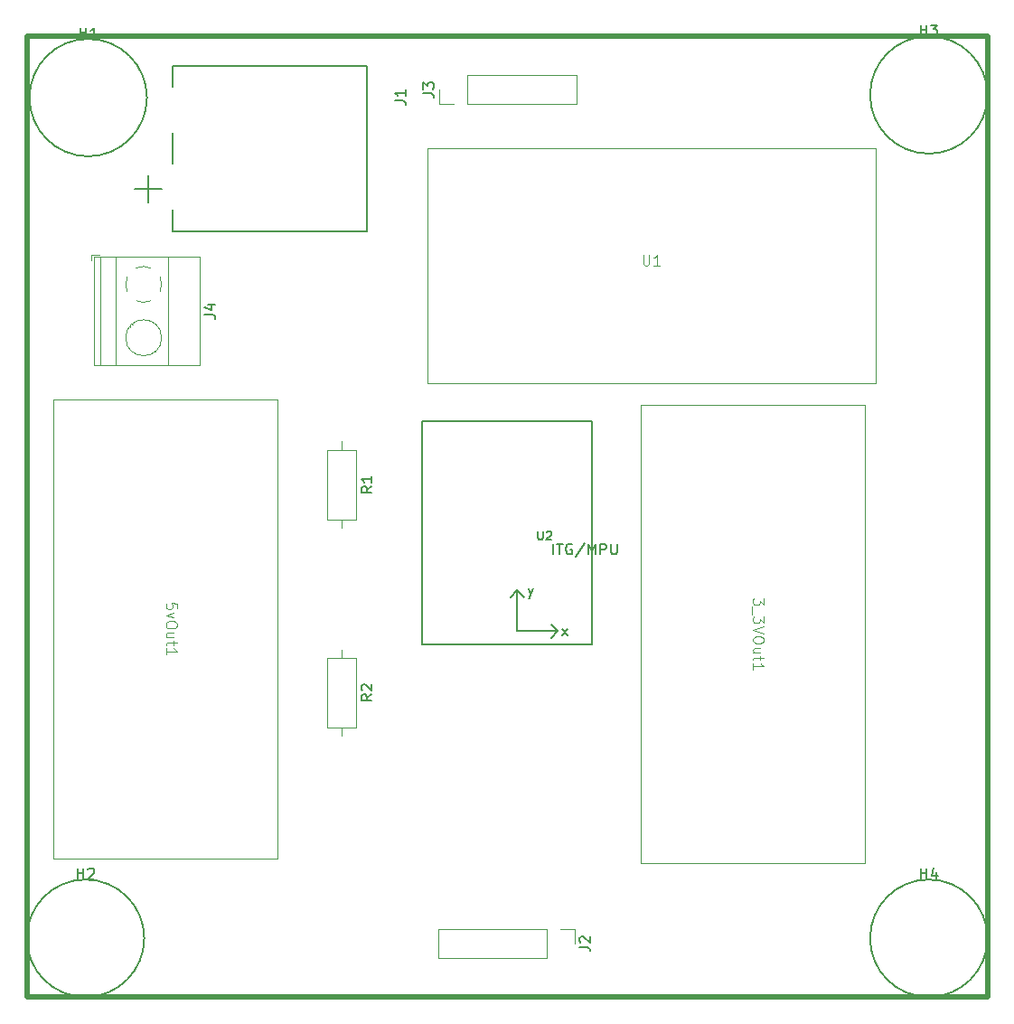
<source format=gbr>
%TF.GenerationSoftware,KiCad,Pcbnew,7.0.7*%
%TF.CreationDate,2023-11-09T15:51:25-05:00*%
%TF.ProjectId,CubeSatPower,43756265-5361-4745-906f-7765722e6b69,rev?*%
%TF.SameCoordinates,Original*%
%TF.FileFunction,Legend,Top*%
%TF.FilePolarity,Positive*%
%FSLAX46Y46*%
G04 Gerber Fmt 4.6, Leading zero omitted, Abs format (unit mm)*
G04 Created by KiCad (PCBNEW 7.0.7) date 2023-11-09 15:51:25*
%MOMM*%
%LPD*%
G01*
G04 APERTURE LIST*
%ADD10C,0.150000*%
%ADD11C,0.100000*%
%ADD12C,0.120000*%
%ADD13C,0.127000*%
%TA.AperFunction,Profile*%
%ADD14C,0.500000*%
%TD*%
G04 APERTURE END LIST*
D10*
X140000000Y-109500000D02*
G75*
G03*
X140000000Y-109500000I-5500000J0D01*
G01*
X61250000Y-30750000D02*
G75*
G03*
X61250000Y-30750000I-5500000J0D01*
G01*
X140000000Y-30500000D02*
G75*
G03*
X140000000Y-30500000I-5500000J0D01*
G01*
X61000000Y-109500000D02*
G75*
G03*
X61000000Y-109500000I-5500000J0D01*
G01*
X66659819Y-51083333D02*
X67374104Y-51083333D01*
X67374104Y-51083333D02*
X67516961Y-51130952D01*
X67516961Y-51130952D02*
X67612200Y-51226190D01*
X67612200Y-51226190D02*
X67659819Y-51369047D01*
X67659819Y-51369047D02*
X67659819Y-51464285D01*
X66993152Y-50178571D02*
X67659819Y-50178571D01*
X66612200Y-50416666D02*
X67326485Y-50654761D01*
X67326485Y-50654761D02*
X67326485Y-50035714D01*
D11*
X64042580Y-78619047D02*
X64042580Y-78142857D01*
X64042580Y-78142857D02*
X63566390Y-78095238D01*
X63566390Y-78095238D02*
X63614009Y-78142857D01*
X63614009Y-78142857D02*
X63661628Y-78238095D01*
X63661628Y-78238095D02*
X63661628Y-78476190D01*
X63661628Y-78476190D02*
X63614009Y-78571428D01*
X63614009Y-78571428D02*
X63566390Y-78619047D01*
X63566390Y-78619047D02*
X63471152Y-78666666D01*
X63471152Y-78666666D02*
X63233057Y-78666666D01*
X63233057Y-78666666D02*
X63137819Y-78619047D01*
X63137819Y-78619047D02*
X63090200Y-78571428D01*
X63090200Y-78571428D02*
X63042580Y-78476190D01*
X63042580Y-78476190D02*
X63042580Y-78238095D01*
X63042580Y-78238095D02*
X63090200Y-78142857D01*
X63090200Y-78142857D02*
X63137819Y-78095238D01*
X63709247Y-79000000D02*
X63042580Y-79238095D01*
X63042580Y-79238095D02*
X63709247Y-79476190D01*
X64042580Y-80047619D02*
X64042580Y-80238095D01*
X64042580Y-80238095D02*
X63994961Y-80333333D01*
X63994961Y-80333333D02*
X63899723Y-80428571D01*
X63899723Y-80428571D02*
X63709247Y-80476190D01*
X63709247Y-80476190D02*
X63375914Y-80476190D01*
X63375914Y-80476190D02*
X63185438Y-80428571D01*
X63185438Y-80428571D02*
X63090200Y-80333333D01*
X63090200Y-80333333D02*
X63042580Y-80238095D01*
X63042580Y-80238095D02*
X63042580Y-80047619D01*
X63042580Y-80047619D02*
X63090200Y-79952381D01*
X63090200Y-79952381D02*
X63185438Y-79857143D01*
X63185438Y-79857143D02*
X63375914Y-79809524D01*
X63375914Y-79809524D02*
X63709247Y-79809524D01*
X63709247Y-79809524D02*
X63899723Y-79857143D01*
X63899723Y-79857143D02*
X63994961Y-79952381D01*
X63994961Y-79952381D02*
X64042580Y-80047619D01*
X63709247Y-81333333D02*
X63042580Y-81333333D01*
X63709247Y-80904762D02*
X63185438Y-80904762D01*
X63185438Y-80904762D02*
X63090200Y-80952381D01*
X63090200Y-80952381D02*
X63042580Y-81047619D01*
X63042580Y-81047619D02*
X63042580Y-81190476D01*
X63042580Y-81190476D02*
X63090200Y-81285714D01*
X63090200Y-81285714D02*
X63137819Y-81333333D01*
X63709247Y-81666667D02*
X63709247Y-82047619D01*
X64042580Y-81809524D02*
X63185438Y-81809524D01*
X63185438Y-81809524D02*
X63090200Y-81857143D01*
X63090200Y-81857143D02*
X63042580Y-81952381D01*
X63042580Y-81952381D02*
X63042580Y-82047619D01*
X63042580Y-82904762D02*
X63042580Y-82333334D01*
X63042580Y-82619048D02*
X64042580Y-82619048D01*
X64042580Y-82619048D02*
X63899723Y-82523810D01*
X63899723Y-82523810D02*
X63804485Y-82428572D01*
X63804485Y-82428572D02*
X63756866Y-82333334D01*
D10*
X101784819Y-110333333D02*
X102499104Y-110333333D01*
X102499104Y-110333333D02*
X102641961Y-110380952D01*
X102641961Y-110380952D02*
X102737200Y-110476190D01*
X102737200Y-110476190D02*
X102784819Y-110619047D01*
X102784819Y-110619047D02*
X102784819Y-110714285D01*
X101880057Y-109904761D02*
X101832438Y-109857142D01*
X101832438Y-109857142D02*
X101784819Y-109761904D01*
X101784819Y-109761904D02*
X101784819Y-109523809D01*
X101784819Y-109523809D02*
X101832438Y-109428571D01*
X101832438Y-109428571D02*
X101880057Y-109380952D01*
X101880057Y-109380952D02*
X101975295Y-109333333D01*
X101975295Y-109333333D02*
X102070533Y-109333333D01*
X102070533Y-109333333D02*
X102213390Y-109380952D01*
X102213390Y-109380952D02*
X102784819Y-109952380D01*
X102784819Y-109952380D02*
X102784819Y-109333333D01*
X54738095Y-103954819D02*
X54738095Y-102954819D01*
X54738095Y-103431009D02*
X55309523Y-103431009D01*
X55309523Y-103954819D02*
X55309523Y-102954819D01*
X55738095Y-103050057D02*
X55785714Y-103002438D01*
X55785714Y-103002438D02*
X55880952Y-102954819D01*
X55880952Y-102954819D02*
X56119047Y-102954819D01*
X56119047Y-102954819D02*
X56214285Y-103002438D01*
X56214285Y-103002438D02*
X56261904Y-103050057D01*
X56261904Y-103050057D02*
X56309523Y-103145295D01*
X56309523Y-103145295D02*
X56309523Y-103240533D01*
X56309523Y-103240533D02*
X56261904Y-103383390D01*
X56261904Y-103383390D02*
X55690476Y-103954819D01*
X55690476Y-103954819D02*
X56309523Y-103954819D01*
X133738095Y-103954819D02*
X133738095Y-102954819D01*
X133738095Y-103431009D02*
X134309523Y-103431009D01*
X134309523Y-103954819D02*
X134309523Y-102954819D01*
X135214285Y-103288152D02*
X135214285Y-103954819D01*
X134976190Y-102907200D02*
X134738095Y-103621485D01*
X134738095Y-103621485D02*
X135357142Y-103621485D01*
X133738095Y-24954819D02*
X133738095Y-23954819D01*
X133738095Y-24431009D02*
X134309523Y-24431009D01*
X134309523Y-24954819D02*
X134309523Y-23954819D01*
X134690476Y-23954819D02*
X135309523Y-23954819D01*
X135309523Y-23954819D02*
X134976190Y-24335771D01*
X134976190Y-24335771D02*
X135119047Y-24335771D01*
X135119047Y-24335771D02*
X135214285Y-24383390D01*
X135214285Y-24383390D02*
X135261904Y-24431009D01*
X135261904Y-24431009D02*
X135309523Y-24526247D01*
X135309523Y-24526247D02*
X135309523Y-24764342D01*
X135309523Y-24764342D02*
X135261904Y-24859580D01*
X135261904Y-24859580D02*
X135214285Y-24907200D01*
X135214285Y-24907200D02*
X135119047Y-24954819D01*
X135119047Y-24954819D02*
X134833333Y-24954819D01*
X134833333Y-24954819D02*
X134738095Y-24907200D01*
X134738095Y-24907200D02*
X134690476Y-24859580D01*
X84469563Y-31009880D02*
X85184163Y-31009880D01*
X85184163Y-31009880D02*
X85327083Y-31057520D01*
X85327083Y-31057520D02*
X85422364Y-31152800D01*
X85422364Y-31152800D02*
X85470004Y-31295720D01*
X85470004Y-31295720D02*
X85470004Y-31391000D01*
X85470004Y-30009439D02*
X85470004Y-30581119D01*
X85470004Y-30295279D02*
X84469563Y-30295279D01*
X84469563Y-30295279D02*
X84612483Y-30390559D01*
X84612483Y-30390559D02*
X84707763Y-30485839D01*
X84707763Y-30485839D02*
X84755403Y-30581119D01*
D11*
X119042580Y-77642857D02*
X119042580Y-78261904D01*
X119042580Y-78261904D02*
X118661628Y-77928571D01*
X118661628Y-77928571D02*
X118661628Y-78071428D01*
X118661628Y-78071428D02*
X118614009Y-78166666D01*
X118614009Y-78166666D02*
X118566390Y-78214285D01*
X118566390Y-78214285D02*
X118471152Y-78261904D01*
X118471152Y-78261904D02*
X118233057Y-78261904D01*
X118233057Y-78261904D02*
X118137819Y-78214285D01*
X118137819Y-78214285D02*
X118090200Y-78166666D01*
X118090200Y-78166666D02*
X118042580Y-78071428D01*
X118042580Y-78071428D02*
X118042580Y-77785714D01*
X118042580Y-77785714D02*
X118090200Y-77690476D01*
X118090200Y-77690476D02*
X118137819Y-77642857D01*
X117947342Y-78452381D02*
X117947342Y-79214285D01*
X119042580Y-79357143D02*
X119042580Y-79976190D01*
X119042580Y-79976190D02*
X118661628Y-79642857D01*
X118661628Y-79642857D02*
X118661628Y-79785714D01*
X118661628Y-79785714D02*
X118614009Y-79880952D01*
X118614009Y-79880952D02*
X118566390Y-79928571D01*
X118566390Y-79928571D02*
X118471152Y-79976190D01*
X118471152Y-79976190D02*
X118233057Y-79976190D01*
X118233057Y-79976190D02*
X118137819Y-79928571D01*
X118137819Y-79928571D02*
X118090200Y-79880952D01*
X118090200Y-79880952D02*
X118042580Y-79785714D01*
X118042580Y-79785714D02*
X118042580Y-79500000D01*
X118042580Y-79500000D02*
X118090200Y-79404762D01*
X118090200Y-79404762D02*
X118137819Y-79357143D01*
X119042580Y-80261905D02*
X118042580Y-80595238D01*
X118042580Y-80595238D02*
X119042580Y-80928571D01*
X119042580Y-81452381D02*
X119042580Y-81642857D01*
X119042580Y-81642857D02*
X118994961Y-81738095D01*
X118994961Y-81738095D02*
X118899723Y-81833333D01*
X118899723Y-81833333D02*
X118709247Y-81880952D01*
X118709247Y-81880952D02*
X118375914Y-81880952D01*
X118375914Y-81880952D02*
X118185438Y-81833333D01*
X118185438Y-81833333D02*
X118090200Y-81738095D01*
X118090200Y-81738095D02*
X118042580Y-81642857D01*
X118042580Y-81642857D02*
X118042580Y-81452381D01*
X118042580Y-81452381D02*
X118090200Y-81357143D01*
X118090200Y-81357143D02*
X118185438Y-81261905D01*
X118185438Y-81261905D02*
X118375914Y-81214286D01*
X118375914Y-81214286D02*
X118709247Y-81214286D01*
X118709247Y-81214286D02*
X118899723Y-81261905D01*
X118899723Y-81261905D02*
X118994961Y-81357143D01*
X118994961Y-81357143D02*
X119042580Y-81452381D01*
X118709247Y-82738095D02*
X118042580Y-82738095D01*
X118709247Y-82309524D02*
X118185438Y-82309524D01*
X118185438Y-82309524D02*
X118090200Y-82357143D01*
X118090200Y-82357143D02*
X118042580Y-82452381D01*
X118042580Y-82452381D02*
X118042580Y-82595238D01*
X118042580Y-82595238D02*
X118090200Y-82690476D01*
X118090200Y-82690476D02*
X118137819Y-82738095D01*
X118709247Y-83071429D02*
X118709247Y-83452381D01*
X119042580Y-83214286D02*
X118185438Y-83214286D01*
X118185438Y-83214286D02*
X118090200Y-83261905D01*
X118090200Y-83261905D02*
X118042580Y-83357143D01*
X118042580Y-83357143D02*
X118042580Y-83452381D01*
X118042580Y-84309524D02*
X118042580Y-83738096D01*
X118042580Y-84023810D02*
X119042580Y-84023810D01*
X119042580Y-84023810D02*
X118899723Y-83928572D01*
X118899723Y-83928572D02*
X118804485Y-83833334D01*
X118804485Y-83833334D02*
X118756866Y-83738096D01*
D10*
X82324819Y-67166666D02*
X81848628Y-67499999D01*
X82324819Y-67738094D02*
X81324819Y-67738094D01*
X81324819Y-67738094D02*
X81324819Y-67357142D01*
X81324819Y-67357142D02*
X81372438Y-67261904D01*
X81372438Y-67261904D02*
X81420057Y-67214285D01*
X81420057Y-67214285D02*
X81515295Y-67166666D01*
X81515295Y-67166666D02*
X81658152Y-67166666D01*
X81658152Y-67166666D02*
X81753390Y-67214285D01*
X81753390Y-67214285D02*
X81801009Y-67261904D01*
X81801009Y-67261904D02*
X81848628Y-67357142D01*
X81848628Y-67357142D02*
X81848628Y-67738094D01*
X82324819Y-66214285D02*
X82324819Y-66785713D01*
X82324819Y-66499999D02*
X81324819Y-66499999D01*
X81324819Y-66499999D02*
X81467676Y-66595237D01*
X81467676Y-66595237D02*
X81562914Y-66690475D01*
X81562914Y-66690475D02*
X81610533Y-66785713D01*
X54988095Y-25204819D02*
X54988095Y-24204819D01*
X54988095Y-24681009D02*
X55559523Y-24681009D01*
X55559523Y-25204819D02*
X55559523Y-24204819D01*
X56559523Y-25204819D02*
X55988095Y-25204819D01*
X56273809Y-25204819D02*
X56273809Y-24204819D01*
X56273809Y-24204819D02*
X56178571Y-24347676D01*
X56178571Y-24347676D02*
X56083333Y-24442914D01*
X56083333Y-24442914D02*
X55988095Y-24490533D01*
X87124819Y-30333333D02*
X87839104Y-30333333D01*
X87839104Y-30333333D02*
X87981961Y-30380952D01*
X87981961Y-30380952D02*
X88077200Y-30476190D01*
X88077200Y-30476190D02*
X88124819Y-30619047D01*
X88124819Y-30619047D02*
X88124819Y-30714285D01*
X87124819Y-29952380D02*
X87124819Y-29333333D01*
X87124819Y-29333333D02*
X87505771Y-29666666D01*
X87505771Y-29666666D02*
X87505771Y-29523809D01*
X87505771Y-29523809D02*
X87553390Y-29428571D01*
X87553390Y-29428571D02*
X87601009Y-29380952D01*
X87601009Y-29380952D02*
X87696247Y-29333333D01*
X87696247Y-29333333D02*
X87934342Y-29333333D01*
X87934342Y-29333333D02*
X88029580Y-29380952D01*
X88029580Y-29380952D02*
X88077200Y-29428571D01*
X88077200Y-29428571D02*
X88124819Y-29523809D01*
X88124819Y-29523809D02*
X88124819Y-29809523D01*
X88124819Y-29809523D02*
X88077200Y-29904761D01*
X88077200Y-29904761D02*
X88029580Y-29952380D01*
X97892574Y-71386565D02*
X97892574Y-72023986D01*
X97892574Y-72023986D02*
X97930070Y-72098976D01*
X97930070Y-72098976D02*
X97967565Y-72136472D01*
X97967565Y-72136472D02*
X98042556Y-72173967D01*
X98042556Y-72173967D02*
X98192537Y-72173967D01*
X98192537Y-72173967D02*
X98267528Y-72136472D01*
X98267528Y-72136472D02*
X98305023Y-72098976D01*
X98305023Y-72098976D02*
X98342518Y-72023986D01*
X98342518Y-72023986D02*
X98342518Y-71386565D01*
X98679976Y-71461556D02*
X98717471Y-71424060D01*
X98717471Y-71424060D02*
X98792462Y-71386565D01*
X98792462Y-71386565D02*
X98979939Y-71386565D01*
X98979939Y-71386565D02*
X99054929Y-71424060D01*
X99054929Y-71424060D02*
X99092425Y-71461556D01*
X99092425Y-71461556D02*
X99129920Y-71536546D01*
X99129920Y-71536546D02*
X99129920Y-71611537D01*
X99129920Y-71611537D02*
X99092425Y-71724023D01*
X99092425Y-71724023D02*
X98642481Y-72173967D01*
X98642481Y-72173967D02*
X99129920Y-72173967D01*
X96984405Y-76685652D02*
X97222500Y-77352319D01*
X97460595Y-76685652D02*
X97222500Y-77352319D01*
X97222500Y-77352319D02*
X97127262Y-77590414D01*
X97127262Y-77590414D02*
X97079643Y-77638033D01*
X97079643Y-77638033D02*
X96984405Y-77685652D01*
X99302500Y-73542319D02*
X99302500Y-72542319D01*
X99635833Y-72542319D02*
X100207261Y-72542319D01*
X99921547Y-73542319D02*
X99921547Y-72542319D01*
X101064404Y-72589938D02*
X100969166Y-72542319D01*
X100969166Y-72542319D02*
X100826309Y-72542319D01*
X100826309Y-72542319D02*
X100683452Y-72589938D01*
X100683452Y-72589938D02*
X100588214Y-72685176D01*
X100588214Y-72685176D02*
X100540595Y-72780414D01*
X100540595Y-72780414D02*
X100492976Y-72970890D01*
X100492976Y-72970890D02*
X100492976Y-73113747D01*
X100492976Y-73113747D02*
X100540595Y-73304223D01*
X100540595Y-73304223D02*
X100588214Y-73399461D01*
X100588214Y-73399461D02*
X100683452Y-73494700D01*
X100683452Y-73494700D02*
X100826309Y-73542319D01*
X100826309Y-73542319D02*
X100921547Y-73542319D01*
X100921547Y-73542319D02*
X101064404Y-73494700D01*
X101064404Y-73494700D02*
X101112023Y-73447080D01*
X101112023Y-73447080D02*
X101112023Y-73113747D01*
X101112023Y-73113747D02*
X100921547Y-73113747D01*
X102254880Y-72494700D02*
X101397738Y-73780414D01*
X102588214Y-73542319D02*
X102588214Y-72542319D01*
X102588214Y-72542319D02*
X102921547Y-73256604D01*
X102921547Y-73256604D02*
X103254880Y-72542319D01*
X103254880Y-72542319D02*
X103254880Y-73542319D01*
X103731071Y-73542319D02*
X103731071Y-72542319D01*
X103731071Y-72542319D02*
X104112023Y-72542319D01*
X104112023Y-72542319D02*
X104207261Y-72589938D01*
X104207261Y-72589938D02*
X104254880Y-72637557D01*
X104254880Y-72637557D02*
X104302499Y-72732795D01*
X104302499Y-72732795D02*
X104302499Y-72875652D01*
X104302499Y-72875652D02*
X104254880Y-72970890D01*
X104254880Y-72970890D02*
X104207261Y-73018509D01*
X104207261Y-73018509D02*
X104112023Y-73066128D01*
X104112023Y-73066128D02*
X103731071Y-73066128D01*
X104731071Y-72542319D02*
X104731071Y-73351842D01*
X104731071Y-73351842D02*
X104778690Y-73447080D01*
X104778690Y-73447080D02*
X104826309Y-73494700D01*
X104826309Y-73494700D02*
X104921547Y-73542319D01*
X104921547Y-73542319D02*
X105112023Y-73542319D01*
X105112023Y-73542319D02*
X105207261Y-73494700D01*
X105207261Y-73494700D02*
X105254880Y-73447080D01*
X105254880Y-73447080D02*
X105302499Y-73351842D01*
X105302499Y-73351842D02*
X105302499Y-72542319D01*
X100135595Y-81162319D02*
X100659404Y-80495652D01*
X100135595Y-80495652D02*
X100659404Y-81162319D01*
D11*
X107738095Y-45457419D02*
X107738095Y-46266942D01*
X107738095Y-46266942D02*
X107785714Y-46362180D01*
X107785714Y-46362180D02*
X107833333Y-46409800D01*
X107833333Y-46409800D02*
X107928571Y-46457419D01*
X107928571Y-46457419D02*
X108119047Y-46457419D01*
X108119047Y-46457419D02*
X108214285Y-46409800D01*
X108214285Y-46409800D02*
X108261904Y-46362180D01*
X108261904Y-46362180D02*
X108309523Y-46266942D01*
X108309523Y-46266942D02*
X108309523Y-45457419D01*
X109309523Y-46457419D02*
X108738095Y-46457419D01*
X109023809Y-46457419D02*
X109023809Y-45457419D01*
X109023809Y-45457419D02*
X108928571Y-45600276D01*
X108928571Y-45600276D02*
X108833333Y-45695514D01*
X108833333Y-45695514D02*
X108738095Y-45743133D01*
D10*
X82324819Y-86666666D02*
X81848628Y-86999999D01*
X82324819Y-87238094D02*
X81324819Y-87238094D01*
X81324819Y-87238094D02*
X81324819Y-86857142D01*
X81324819Y-86857142D02*
X81372438Y-86761904D01*
X81372438Y-86761904D02*
X81420057Y-86714285D01*
X81420057Y-86714285D02*
X81515295Y-86666666D01*
X81515295Y-86666666D02*
X81658152Y-86666666D01*
X81658152Y-86666666D02*
X81753390Y-86714285D01*
X81753390Y-86714285D02*
X81801009Y-86761904D01*
X81801009Y-86761904D02*
X81848628Y-86857142D01*
X81848628Y-86857142D02*
X81848628Y-87238094D01*
X81420057Y-86285713D02*
X81372438Y-86238094D01*
X81372438Y-86238094D02*
X81324819Y-86142856D01*
X81324819Y-86142856D02*
X81324819Y-85904761D01*
X81324819Y-85904761D02*
X81372438Y-85809523D01*
X81372438Y-85809523D02*
X81420057Y-85761904D01*
X81420057Y-85761904D02*
X81515295Y-85714285D01*
X81515295Y-85714285D02*
X81610533Y-85714285D01*
X81610533Y-85714285D02*
X81753390Y-85761904D01*
X81753390Y-85761904D02*
X82324819Y-86333332D01*
X82324819Y-86333332D02*
X82324819Y-85714285D01*
D12*
%TO.C,J4*%
X56785000Y-45450000D02*
X56045000Y-45450000D01*
X56045000Y-45450000D02*
X56045000Y-45950000D01*
X66206000Y-45690000D02*
X56285000Y-45690000D01*
X66206000Y-45690000D02*
X66206000Y-55810000D01*
X63246000Y-45690000D02*
X63246000Y-55810000D01*
X58345000Y-45690000D02*
X58345000Y-55810000D01*
X56845000Y-45690000D02*
X56845000Y-55810000D01*
X56285000Y-45690000D02*
X56285000Y-55810000D01*
X59922000Y-52023000D02*
X59876000Y-51976000D01*
X59706000Y-52216000D02*
X59671000Y-52181000D01*
X62220000Y-54320000D02*
X62184000Y-54285000D01*
X62014000Y-54525000D02*
X61968000Y-54478000D01*
X66206000Y-55810000D02*
X56285000Y-55810000D01*
X61628999Y-46715001D02*
G75*
G03*
X60261958Y-46714574I-684000J-1534992D01*
G01*
X62479999Y-48933999D02*
G75*
G03*
X62480426Y-47566958I-1534992J684000D01*
G01*
X59410001Y-47566000D02*
G75*
G03*
X59264748Y-48278805I1535000J-683999D01*
G01*
X59265001Y-48250000D02*
G75*
G03*
X59410245Y-48933318I1679999J0D01*
G01*
X60261000Y-49785000D02*
G75*
G03*
X61628042Y-49785426I684000J1535000D01*
G01*
X62625000Y-53250000D02*
G75*
G03*
X62625000Y-53250000I-1680000J0D01*
G01*
D11*
%TO.C,5vOut1*%
X52500000Y-59000000D02*
X73500000Y-59000000D01*
X73500000Y-59000000D02*
X73500000Y-102000000D01*
X73500000Y-102000000D02*
X52500000Y-102000000D01*
X52500000Y-102000000D02*
X52500000Y-59000000D01*
D12*
%TO.C,J2*%
X101330000Y-108670000D02*
X101330000Y-110000000D01*
X100000000Y-108670000D02*
X101330000Y-108670000D01*
X98730000Y-108670000D02*
X88510000Y-108670000D01*
X98730000Y-108670000D02*
X98730000Y-111330000D01*
X88510000Y-108670000D02*
X88510000Y-111330000D01*
X98730000Y-111330000D02*
X88510000Y-111330000D01*
D13*
%TO.C,J1*%
X81850000Y-27750000D02*
X63650000Y-27750000D01*
X63650000Y-27750000D02*
X63650000Y-29722000D01*
X63650000Y-34078000D02*
X63650000Y-36922000D01*
X61340000Y-38040000D02*
X61340000Y-39310000D01*
X61340000Y-39310000D02*
X62610000Y-39310000D01*
X61340000Y-39310000D02*
X60070000Y-39310000D01*
X61340000Y-40580000D02*
X61340000Y-39310000D01*
X81850000Y-43250000D02*
X81850000Y-27750000D01*
X63650000Y-43250000D02*
X63650000Y-41278000D01*
X63650000Y-43250000D02*
X81850000Y-43250000D01*
D11*
%TO.C,3_3VOut1*%
X107500000Y-59500000D02*
X128500000Y-59500000D01*
X128500000Y-59500000D02*
X128500000Y-102500000D01*
X128500000Y-102500000D02*
X107500000Y-102500000D01*
X107500000Y-102500000D02*
X107500000Y-59500000D01*
D12*
%TO.C,R1*%
X79500000Y-62960000D02*
X79500000Y-63730000D01*
X80870000Y-63730000D02*
X78130000Y-63730000D01*
X78130000Y-63730000D02*
X78130000Y-70270000D01*
X80870000Y-70270000D02*
X80870000Y-63730000D01*
X78130000Y-70270000D02*
X80870000Y-70270000D01*
X79500000Y-71040000D02*
X79500000Y-70270000D01*
%TO.C,J3*%
X88670000Y-31330000D02*
X88670000Y-30000000D01*
X90000000Y-31330000D02*
X88670000Y-31330000D01*
X91270000Y-31330000D02*
X101490000Y-31330000D01*
X91270000Y-31330000D02*
X91270000Y-28670000D01*
X101490000Y-31330000D02*
X101490000Y-28670000D01*
X91270000Y-28670000D02*
X101490000Y-28670000D01*
D13*
%TO.C,U2*%
X87062500Y-61022500D02*
X102937500Y-61022500D01*
X87062500Y-81977500D02*
X87062500Y-61022500D01*
X95952500Y-76897500D02*
X95317500Y-77532500D01*
X95952500Y-76897500D02*
X96587500Y-77532500D01*
X95952500Y-80707500D02*
X95952500Y-76897500D01*
X95952500Y-80707500D02*
X99762500Y-80707500D01*
X99762500Y-80707500D02*
X99127500Y-80072500D01*
X99762500Y-80707500D02*
X99127500Y-81342500D01*
X102937500Y-61022500D02*
X102937500Y-81977500D01*
X102937500Y-81977500D02*
X87062500Y-81977500D01*
D11*
%TO.C,U1*%
X87500000Y-35500000D02*
X129500000Y-35500000D01*
X129500000Y-35500000D02*
X129500000Y-57500000D01*
X129500000Y-57500000D02*
X87500000Y-57500000D01*
X87500000Y-57500000D02*
X87500000Y-35500000D01*
D12*
%TO.C,R2*%
X79500000Y-82460000D02*
X79500000Y-83230000D01*
X80870000Y-83230000D02*
X78130000Y-83230000D01*
X78130000Y-83230000D02*
X78130000Y-89770000D01*
X80870000Y-89770000D02*
X80870000Y-83230000D01*
X78130000Y-89770000D02*
X80870000Y-89770000D01*
X79500000Y-90540000D02*
X79500000Y-89770000D01*
%TD*%
D14*
X50000000Y-25000000D02*
X140000000Y-25000000D01*
X140000000Y-115000000D01*
X50000000Y-115000000D01*
X50000000Y-25000000D01*
M02*

</source>
